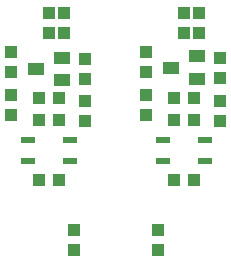
<source format=gbr>
G04 EAGLE Gerber RS-274X export*
G75*
%MOMM*%
%FSLAX34Y34*%
%LPD*%
%INSolderpaste Top*%
%IPPOS*%
%AMOC8*
5,1,8,0,0,1.08239X$1,22.5*%
G01*
%ADD10R,1.000000X1.100000*%
%ADD11R,1.200000X0.600000*%
%ADD12R,1.100000X1.000000*%
%ADD13R,1.400000X1.000000*%


D10*
X143510Y97400D03*
X143510Y80400D03*
D11*
X32800Y156100D03*
X68800Y156100D03*
X68800Y174100D03*
X32800Y174100D03*
D12*
X42300Y139700D03*
X59300Y139700D03*
D11*
X147100Y156100D03*
X183100Y156100D03*
X183100Y174100D03*
X147100Y174100D03*
D12*
X156600Y139700D03*
X173600Y139700D03*
X42300Y209550D03*
X59300Y209550D03*
D10*
X81280Y206620D03*
X81280Y189620D03*
X81280Y242180D03*
X81280Y225180D03*
X19050Y231530D03*
X19050Y248530D03*
X165100Y281550D03*
X165100Y264550D03*
D12*
X156600Y209550D03*
X173600Y209550D03*
D10*
X195580Y206620D03*
X195580Y189620D03*
X195580Y243450D03*
X195580Y226450D03*
X133350Y231530D03*
X133350Y248530D03*
X63500Y264550D03*
X63500Y281550D03*
X177800Y264550D03*
X177800Y281550D03*
X72390Y80400D03*
X72390Y97400D03*
D13*
X39800Y233680D03*
X61800Y243180D03*
X61800Y224180D03*
X154100Y234950D03*
X176100Y244450D03*
X176100Y225450D03*
D10*
X50800Y281550D03*
X50800Y264550D03*
D12*
X59300Y190500D03*
X42300Y190500D03*
D10*
X19050Y211700D03*
X19050Y194700D03*
X133350Y211700D03*
X133350Y194700D03*
D12*
X173600Y190500D03*
X156600Y190500D03*
M02*

</source>
